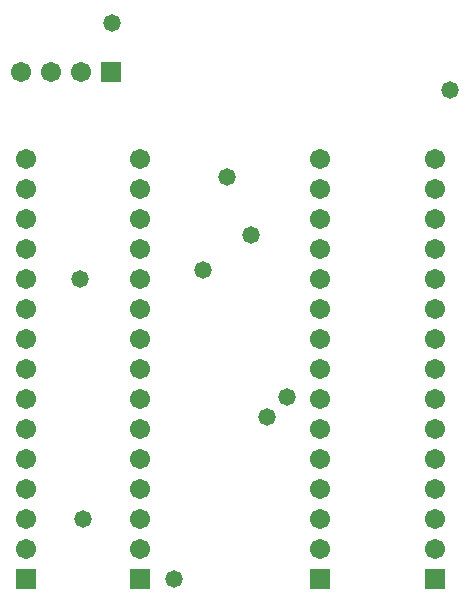
<source format=gbs>
G04*
G04 #@! TF.GenerationSoftware,Altium Limited,Altium Designer,20.0.13 (296)*
G04*
G04 Layer_Color=16711935*
%FSLAX25Y25*%
%MOIN*%
G70*
G01*
G75*
%ADD13C,0.06706*%
%ADD14R,0.06706X0.06706*%
%ADD15R,0.06706X0.06706*%
%ADD16C,0.05800*%
D13*
X147000Y-94000D02*
D03*
Y-104000D02*
D03*
Y-114000D02*
D03*
Y-124000D02*
D03*
Y-134000D02*
D03*
Y-144000D02*
D03*
Y-154000D02*
D03*
Y-164000D02*
D03*
Y-174000D02*
D03*
Y-184000D02*
D03*
Y-194000D02*
D03*
Y-204000D02*
D03*
Y-214000D02*
D03*
Y-224000D02*
D03*
X108500Y-94000D02*
D03*
Y-104000D02*
D03*
Y-114000D02*
D03*
Y-124000D02*
D03*
Y-134000D02*
D03*
Y-144000D02*
D03*
Y-154000D02*
D03*
Y-164000D02*
D03*
Y-174000D02*
D03*
Y-184000D02*
D03*
Y-194000D02*
D03*
Y-204000D02*
D03*
Y-214000D02*
D03*
Y-224000D02*
D03*
X48500Y-94000D02*
D03*
Y-104000D02*
D03*
Y-114000D02*
D03*
Y-124000D02*
D03*
Y-134000D02*
D03*
Y-144000D02*
D03*
Y-154000D02*
D03*
Y-164000D02*
D03*
Y-174000D02*
D03*
Y-184000D02*
D03*
Y-194000D02*
D03*
Y-204000D02*
D03*
Y-214000D02*
D03*
Y-224000D02*
D03*
X10500Y-94000D02*
D03*
Y-104000D02*
D03*
Y-114000D02*
D03*
Y-124000D02*
D03*
Y-134000D02*
D03*
Y-144000D02*
D03*
Y-154000D02*
D03*
Y-164000D02*
D03*
Y-174000D02*
D03*
Y-184000D02*
D03*
Y-194000D02*
D03*
Y-204000D02*
D03*
Y-214000D02*
D03*
Y-224000D02*
D03*
X9000Y-65000D02*
D03*
X19000D02*
D03*
X29000D02*
D03*
D14*
X147000Y-234000D02*
D03*
X108500D02*
D03*
X48500D02*
D03*
X10500D02*
D03*
D15*
X39000Y-65000D02*
D03*
D16*
X97500Y-173500D02*
D03*
X91000Y-180000D02*
D03*
X69500Y-131000D02*
D03*
X85500Y-119500D02*
D03*
X77500Y-100000D02*
D03*
X39250Y-48750D02*
D03*
X60000Y-234000D02*
D03*
X28500Y-134000D02*
D03*
X29500Y-214000D02*
D03*
X152000Y-71000D02*
D03*
M02*

</source>
